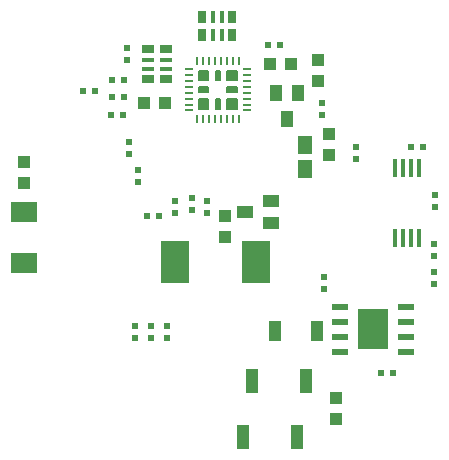
<source format=gbr>
G04 #@! TF.GenerationSoftware,KiCad,Pcbnew,7.0.7*
G04 #@! TF.CreationDate,2024-10-22T13:50:40-07:00*
G04 #@! TF.ProjectId,ESP_POE_1.4a,4553505f-504f-4455-9f31-2e34612e6b69,K*
G04 #@! TF.SameCoordinates,Original*
G04 #@! TF.FileFunction,Paste,Bot*
G04 #@! TF.FilePolarity,Positive*
%FSLAX46Y46*%
G04 Gerber Fmt 4.6, Leading zero omitted, Abs format (unit mm)*
G04 Created by KiCad (PCBNEW 7.0.7) date 2024-10-22 13:50:40*
%MOMM*%
%LPD*%
G01*
G04 APERTURE LIST*
G04 Aperture macros list*
%AMRoundRect*
0 Rectangle with rounded corners*
0 $1 Rounding radius*
0 $2 $3 $4 $5 $6 $7 $8 $9 X,Y pos of 4 corners*
0 Add a 4 corners polygon primitive as box body*
4,1,4,$2,$3,$4,$5,$6,$7,$8,$9,$2,$3,0*
0 Add four circle primitives for the rounded corners*
1,1,$1+$1,$2,$3*
1,1,$1+$1,$4,$5*
1,1,$1+$1,$6,$7*
1,1,$1+$1,$8,$9*
0 Add four rect primitives between the rounded corners*
20,1,$1+$1,$2,$3,$4,$5,0*
20,1,$1+$1,$4,$5,$6,$7,0*
20,1,$1+$1,$6,$7,$8,$9,0*
20,1,$1+$1,$8,$9,$2,$3,0*%
G04 Aperture macros list end*
%ADD10C,0.200000*%
%ADD11R,1.016000X1.016000*%
%ADD12R,1.016000X1.778000*%
%ADD13R,1.016000X2.032000*%
%ADD14R,0.550000X0.500000*%
%ADD15R,0.500000X0.550000*%
%ADD16R,1.270000X1.524000*%
%ADD17R,0.780000X0.230000*%
%ADD18R,0.230000X0.780000*%
%ADD19R,1.000000X1.400000*%
%ADD20R,1.400000X1.000000*%
%ADD21R,0.635000X1.016000*%
%ADD22R,0.381000X1.016000*%
%ADD23R,2.286000X1.778000*%
%ADD24R,0.350000X1.500000*%
%ADD25R,1.016000X0.635000*%
%ADD26R,1.016000X0.381000*%
%ADD27RoundRect,0.100000X-1.100000X-1.700000X1.100000X-1.700000X1.100000X1.700000X-1.100000X1.700000X0*%
%ADD28R,1.400000X0.600000*%
%ADD29R,2.600000X3.500000*%
G04 APERTURE END LIST*
D10*
X112791924Y-129727277D02*
X112791924Y-128927277D01*
X113591924Y-129727277D02*
X112791924Y-129727277D01*
X114191924Y-129727277D02*
X114591924Y-129727277D01*
X114291924Y-129727277D02*
X114291924Y-128927277D01*
X114391924Y-129727277D02*
X114391924Y-128927277D01*
X114491924Y-129727277D02*
X114491924Y-128927277D01*
X114591924Y-129727277D02*
X114591924Y-128927277D01*
X115191924Y-129727277D02*
X115191924Y-128927277D01*
X115991924Y-129727277D02*
X115191924Y-129727277D01*
X113591924Y-129627277D02*
X112791924Y-129627277D01*
X115991924Y-129627277D02*
X115191924Y-129627277D01*
X113591924Y-129527277D02*
X112791924Y-129527277D01*
X115991924Y-129527277D02*
X115191924Y-129527277D01*
X113591924Y-129427277D02*
X112791924Y-129427277D01*
X115991924Y-129427277D02*
X115191924Y-129427277D01*
X113591924Y-129327277D02*
X112791924Y-129327277D01*
X115991924Y-129327277D02*
X115191924Y-129327277D01*
X113591924Y-129227277D02*
X112791924Y-129227277D01*
X115991924Y-129227277D02*
X115191924Y-129227277D01*
X113591924Y-129127277D02*
X112791924Y-129127277D01*
X115991924Y-129127277D02*
X115191924Y-129127277D01*
X113591924Y-129027277D02*
X112791924Y-129027277D01*
X115991924Y-129027277D02*
X115191924Y-129027277D01*
X112791924Y-128927277D02*
X113591924Y-128927277D01*
X113591924Y-128927277D02*
X113591924Y-129727277D01*
X114191924Y-128927277D02*
X114191924Y-129727277D01*
X114591924Y-128927277D02*
X114191924Y-128927277D01*
X115191924Y-128927277D02*
X115991924Y-128927277D01*
X115991924Y-128927277D02*
X115991924Y-129727277D01*
X112791924Y-128327277D02*
X112791924Y-127927277D01*
X113591924Y-128327277D02*
X112791924Y-128327277D01*
X115191924Y-128327277D02*
X115191924Y-127927277D01*
X115991924Y-128327277D02*
X115191924Y-128327277D01*
X113591924Y-128227277D02*
X112791924Y-128227277D01*
X115991924Y-128227277D02*
X115191924Y-128227277D01*
X112791924Y-128127277D02*
X113591924Y-128127277D01*
X115191924Y-128127277D02*
X115991924Y-128127277D01*
X113591924Y-128027277D02*
X112791924Y-128027277D01*
X115991924Y-128027277D02*
X115191924Y-128027277D01*
X112791924Y-127927277D02*
X113591924Y-127927277D01*
X113591924Y-127927277D02*
X113591924Y-128327277D01*
X115191924Y-127927277D02*
X115991924Y-127927277D01*
X115991924Y-127927277D02*
X115991924Y-128327277D01*
X112791924Y-127327277D02*
X112791924Y-126527277D01*
X113591924Y-127327277D02*
X112791924Y-127327277D01*
X114191924Y-127327277D02*
X114591924Y-127327277D01*
X114291924Y-127327277D02*
X114291924Y-126527277D01*
X114391924Y-127327277D02*
X114391924Y-126527277D01*
X114491924Y-127327277D02*
X114491924Y-126527277D01*
X114591924Y-127327277D02*
X114591924Y-126527277D01*
X115191924Y-127327277D02*
X115191924Y-126527277D01*
X115991924Y-127327277D02*
X115191924Y-127327277D01*
X113591924Y-127227277D02*
X112791924Y-127227277D01*
X115991924Y-127227277D02*
X115191924Y-127227277D01*
X113591924Y-127127277D02*
X112791924Y-127127277D01*
X115991924Y-127127277D02*
X115191924Y-127127277D01*
X113591924Y-127027277D02*
X112791924Y-127027277D01*
X115991924Y-127027277D02*
X115191924Y-127027277D01*
X113591924Y-126927277D02*
X112791924Y-126927277D01*
X115991924Y-126927277D02*
X115191924Y-126927277D01*
X113591924Y-126827277D02*
X112791924Y-126827277D01*
X115991924Y-126827277D02*
X115191924Y-126827277D01*
X113591924Y-126727277D02*
X112791924Y-126727277D01*
X115991924Y-126727277D02*
X115191924Y-126727277D01*
X113591924Y-126627277D02*
X112791924Y-126627277D01*
X115991924Y-126627277D02*
X115191924Y-126627277D01*
X112791924Y-126527277D02*
X113591924Y-126527277D01*
X113591924Y-126527277D02*
X113591924Y-127327277D01*
X114191924Y-126527277D02*
X114191924Y-127327277D01*
X114591924Y-126527277D02*
X114191924Y-126527277D01*
X115191924Y-126527277D02*
X115991924Y-126527277D01*
X115991924Y-126527277D02*
X115991924Y-127327277D01*
D11*
X97993200Y-136042400D03*
X97993200Y-134264400D03*
D12*
X122783600Y-148590000D03*
X119227600Y-148590000D03*
D13*
X117297200Y-152806400D03*
X121869200Y-152806400D03*
X116535200Y-157530800D03*
X121107200Y-157530800D03*
D14*
X126085600Y-134010400D03*
X126085600Y-132994400D03*
D11*
X123799600Y-133654800D03*
X123799600Y-131876800D03*
D15*
X106426000Y-127304800D03*
X105410000Y-127304800D03*
D11*
X120599200Y-125933200D03*
X118821200Y-125933200D03*
X109931200Y-129235200D03*
X108153200Y-129235200D03*
D16*
X121767600Y-134823200D03*
X121767600Y-132791200D03*
D17*
X111941924Y-129877277D03*
X111941924Y-129377277D03*
X111941924Y-128877277D03*
X111941924Y-128377277D03*
X111941924Y-127877277D03*
X111941924Y-127377277D03*
X111941924Y-126877277D03*
X111941924Y-126377277D03*
D18*
X112641924Y-125677277D03*
X113141924Y-125677277D03*
X113641924Y-125677277D03*
X114141924Y-125677277D03*
X114641924Y-125677277D03*
X115141924Y-125677277D03*
X115641924Y-125677277D03*
X116141924Y-125677277D03*
D17*
X116841924Y-126377277D03*
X116841924Y-126877277D03*
X116841924Y-127377277D03*
X116841924Y-127877277D03*
X116841924Y-128377277D03*
X116841924Y-128877277D03*
X116841924Y-129377277D03*
X116841924Y-129877277D03*
D18*
X116141924Y-130577277D03*
X115641924Y-130577277D03*
X115141924Y-130577277D03*
X114641924Y-130577277D03*
X114141924Y-130577277D03*
X113641924Y-130577277D03*
X113141924Y-130577277D03*
X112641924Y-130577277D03*
D19*
X119293640Y-128432560D03*
X121196100Y-128432560D03*
X120241060Y-130642360D03*
D14*
X110794800Y-138531600D03*
X110794800Y-137515600D03*
X123190000Y-130251200D03*
X123190000Y-129235200D03*
D11*
X122885200Y-125628400D03*
X122885200Y-127406400D03*
D20*
X118872000Y-137515600D03*
X118872000Y-139418060D03*
X116662200Y-138463020D03*
D15*
X118618000Y-124307600D03*
X119634000Y-124307600D03*
X106426000Y-128778000D03*
X105410000Y-128778000D03*
X106375200Y-130302000D03*
X105359200Y-130302000D03*
D11*
X114960400Y-138785600D03*
X114960400Y-140563600D03*
D14*
X112217200Y-138277600D03*
X112217200Y-137261600D03*
X107594400Y-134924800D03*
X107594400Y-135940800D03*
D15*
X109372400Y-138836400D03*
X108356400Y-138836400D03*
D14*
X113436400Y-137515600D03*
X113436400Y-138531600D03*
D21*
X113055400Y-121970800D03*
X113055400Y-123494800D03*
D22*
X113944400Y-121970800D03*
X113944400Y-123494800D03*
X114706400Y-121970800D03*
X114706400Y-123494800D03*
D21*
X115595400Y-121970800D03*
X115595400Y-123494800D03*
D14*
X106883200Y-133553200D03*
X106883200Y-132537200D03*
D15*
X103987600Y-128270000D03*
X102971600Y-128270000D03*
D23*
X97993200Y-142798800D03*
X97993200Y-138444800D03*
D14*
X110083600Y-148132800D03*
X110083600Y-149148800D03*
D15*
X131775200Y-132994400D03*
X130759200Y-132994400D03*
D14*
X123342400Y-143967200D03*
X123342400Y-144983200D03*
X132791200Y-138074400D03*
X132791200Y-137058400D03*
D24*
X129428600Y-134768800D03*
X130078600Y-134768800D03*
X130728600Y-134768800D03*
X131378600Y-134768800D03*
X131378600Y-140668800D03*
X130728600Y-140668800D03*
X130078600Y-140668800D03*
X129428600Y-140668800D03*
D14*
X106730800Y-124561600D03*
X106730800Y-125577600D03*
D25*
X108508800Y-127254000D03*
X110032800Y-127254000D03*
D26*
X108508800Y-126365000D03*
X110032800Y-126365000D03*
X108508800Y-125603000D03*
X110032800Y-125603000D03*
D25*
X108508800Y-124714000D03*
X110032800Y-124714000D03*
D11*
X124358400Y-154228800D03*
X124358400Y-156006800D03*
D15*
X129235200Y-152095200D03*
X128219200Y-152095200D03*
D27*
X110802000Y-142697200D03*
X117602000Y-142697200D03*
D14*
X107340400Y-149148800D03*
X107340400Y-148132800D03*
D28*
X124708000Y-150291800D03*
X124708000Y-149021800D03*
X124708000Y-147751800D03*
X124708000Y-146481800D03*
X130308000Y-146481800D03*
X130308000Y-147751800D03*
X130308000Y-149021800D03*
X130308000Y-150291800D03*
D29*
X127508000Y-148386800D03*
D14*
X108712000Y-148132800D03*
X108712000Y-149148800D03*
X132689600Y-143560800D03*
X132689600Y-144576800D03*
X132689600Y-141224000D03*
X132689600Y-142240000D03*
M02*

</source>
